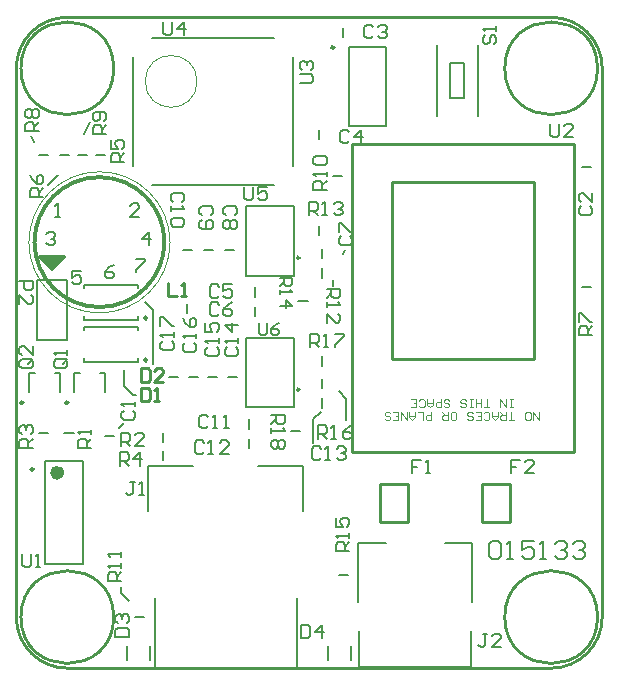
<source format=gto>
G04 Layer_Color=65535*
%FSLAX25Y25*%
%MOIN*%
G70*
G01*
G75*
%ADD32C,0.00800*%
%ADD33C,0.01200*%
%ADD34C,0.01000*%
%ADD54C,0.00394*%
%ADD55C,0.01181*%
%ADD56C,0.00984*%
%ADD57C,0.02362*%
%ADD58C,0.00787*%
%ADD59C,0.00728*%
D32*
X28600Y-98500D02*
Y-80600D01*
X26000Y-78000D02*
X28600Y-80600D01*
X22000Y-109000D02*
X23000D01*
X19000Y-106000D02*
X22000Y-109000D01*
X19000Y-106000D02*
Y-100500D01*
X94000Y-161000D02*
X89501D01*
Y-158751D01*
X90251Y-158001D01*
X91751D01*
X92501Y-158751D01*
Y-161000D01*
Y-159501D02*
X94000Y-158001D01*
Y-156501D02*
Y-155002D01*
Y-155752D01*
X89501D01*
X90251Y-156501D01*
X89501Y-149754D02*
Y-152753D01*
X91751D01*
X91001Y-151253D01*
Y-150503D01*
X91751Y-149754D01*
X93250D01*
X94000Y-150503D01*
Y-152003D01*
X93250Y-152753D01*
X18000Y-171000D02*
X13501D01*
Y-168751D01*
X14251Y-168001D01*
X15751D01*
X16500Y-168751D01*
Y-171000D01*
Y-169501D02*
X18000Y-168001D01*
Y-166501D02*
Y-165002D01*
Y-165752D01*
X13501D01*
X14251Y-166501D01*
X18000Y-162753D02*
Y-161253D01*
Y-162003D01*
X13501D01*
X14251Y-162753D01*
X78000Y-185501D02*
Y-190000D01*
X80249D01*
X80999Y-189250D01*
Y-186251D01*
X80249Y-185501D01*
X78000D01*
X84748Y-190000D02*
Y-185501D01*
X82499Y-187751D01*
X85498D01*
X16030Y-189547D02*
X20528D01*
Y-187298D01*
X19779Y-186548D01*
X16780D01*
X16030Y-187298D01*
Y-189547D01*
X16780Y-185049D02*
X16030Y-184299D01*
Y-182799D01*
X16780Y-182050D01*
X17529D01*
X18279Y-182799D01*
Y-183549D01*
Y-182799D01*
X19029Y-182050D01*
X19779D01*
X20528Y-182799D01*
Y-184299D01*
X19779Y-185049D01*
X-16000Y-71000D02*
X-11501D01*
Y-73249D01*
X-12251Y-73999D01*
X-13751D01*
X-14501Y-73249D01*
Y-71000D01*
X-16000Y-78498D02*
Y-75499D01*
X-13001Y-78498D01*
X-12251D01*
X-11501Y-77748D01*
Y-76248D01*
X-12251Y-75499D01*
X22493Y-137749D02*
X20994D01*
X21743D01*
Y-141498D01*
X20994Y-142247D01*
X20244D01*
X19494Y-141498D01*
X23993Y-142247D02*
X25492D01*
X24742D01*
Y-137749D01*
X23993Y-138499D01*
X161000Y-18501D02*
Y-22250D01*
X161750Y-23000D01*
X163249D01*
X163999Y-22250D01*
Y-18501D01*
X168498Y-23000D02*
X165499D01*
X168498Y-20001D01*
Y-19251D01*
X167748Y-18501D01*
X166248D01*
X165499Y-19251D01*
X139251Y10999D02*
X138501Y10249D01*
Y8750D01*
X139251Y8000D01*
X140001D01*
X140751Y8750D01*
Y10249D01*
X141500Y10999D01*
X142250D01*
X143000Y10249D01*
Y8750D01*
X142250Y8000D01*
X143000Y12499D02*
Y13998D01*
Y13248D01*
X138501D01*
X139251Y12499D01*
X18751Y-114145D02*
X18001Y-114895D01*
Y-116394D01*
X18751Y-117144D01*
X21750D01*
X22500Y-116394D01*
Y-114895D01*
X21750Y-114145D01*
X22500Y-112645D02*
Y-111146D01*
Y-111896D01*
X18001D01*
X18751Y-112645D01*
X171251Y-46001D02*
X170501Y-46751D01*
Y-48250D01*
X171251Y-49000D01*
X174250D01*
X175000Y-48250D01*
Y-46751D01*
X174250Y-46001D01*
X175000Y-41502D02*
Y-44501D01*
X172001Y-41502D01*
X171251D01*
X170501Y-42252D01*
Y-43752D01*
X171251Y-44501D01*
X101999Y13749D02*
X101249Y14499D01*
X99750D01*
X99000Y13749D01*
Y10750D01*
X99750Y10000D01*
X101249D01*
X101999Y10750D01*
X103499Y13749D02*
X104248Y14499D01*
X105748D01*
X106498Y13749D01*
Y12999D01*
X105748Y12249D01*
X104998D01*
X105748D01*
X106498Y11500D01*
Y10750D01*
X105748Y10000D01*
X104248D01*
X103499Y10750D01*
X50499Y-72751D02*
X49749Y-72001D01*
X48250D01*
X47500Y-72751D01*
Y-75750D01*
X48250Y-76500D01*
X49749D01*
X50499Y-75750D01*
X54998Y-72001D02*
X51999D01*
Y-74251D01*
X53498Y-73501D01*
X54248D01*
X54998Y-74251D01*
Y-75750D01*
X54248Y-76500D01*
X52748D01*
X51999Y-75750D01*
X50499Y-78751D02*
X49749Y-78001D01*
X48250D01*
X47500Y-78751D01*
Y-81750D01*
X48250Y-82500D01*
X49749D01*
X50499Y-81750D01*
X54998Y-78001D02*
X53498Y-78751D01*
X51999Y-80251D01*
Y-81750D01*
X52748Y-82500D01*
X54248D01*
X54998Y-81750D01*
Y-81001D01*
X54248Y-80251D01*
X51999D01*
X91251Y-56001D02*
X90501Y-56751D01*
Y-58250D01*
X91251Y-59000D01*
X94250D01*
X95000Y-58250D01*
Y-56751D01*
X94250Y-56001D01*
X90501Y-54501D02*
Y-51502D01*
X91251D01*
X94250Y-54501D01*
X95000D01*
X55749Y-48999D02*
X56499Y-48249D01*
Y-46750D01*
X55749Y-46000D01*
X52750D01*
X52000Y-46750D01*
Y-48249D01*
X52750Y-48999D01*
X55749Y-50499D02*
X56499Y-51248D01*
Y-52748D01*
X55749Y-53498D01*
X54999D01*
X54249Y-52748D01*
X53500Y-53498D01*
X52750D01*
X52000Y-52748D01*
Y-51248D01*
X52750Y-50499D01*
X53500D01*
X54249Y-51248D01*
X54999Y-50499D01*
X55749D01*
X54249Y-51248D02*
Y-52748D01*
X47749Y-48999D02*
X48499Y-48249D01*
Y-46750D01*
X47749Y-46000D01*
X44750D01*
X44000Y-46750D01*
Y-48249D01*
X44750Y-48999D01*
Y-50499D02*
X44000Y-51248D01*
Y-52748D01*
X44750Y-53498D01*
X47749D01*
X48499Y-52748D01*
Y-51248D01*
X47749Y-50499D01*
X46999D01*
X46249Y-51248D01*
Y-53498D01*
X38249Y-44499D02*
X38999Y-43749D01*
Y-42250D01*
X38249Y-41500D01*
X35250D01*
X34500Y-42250D01*
Y-43749D01*
X35250Y-44499D01*
X34500Y-45999D02*
Y-47498D01*
Y-46748D01*
X38999D01*
X38249Y-45999D01*
Y-49747D02*
X38999Y-50497D01*
Y-51997D01*
X38249Y-52746D01*
X35250D01*
X34500Y-51997D01*
Y-50497D01*
X35250Y-49747D01*
X38249D01*
X46999Y-116251D02*
X46249Y-115501D01*
X44750D01*
X44000Y-116251D01*
Y-119250D01*
X44750Y-120000D01*
X46249D01*
X46999Y-119250D01*
X48499Y-120000D02*
X49998D01*
X49248D01*
Y-115501D01*
X48499Y-116251D01*
X52247Y-120000D02*
X53747D01*
X52997D01*
Y-115501D01*
X52247Y-116251D01*
X45499Y-124751D02*
X44749Y-124001D01*
X43250D01*
X42500Y-124751D01*
Y-127750D01*
X43250Y-128500D01*
X44749D01*
X45499Y-127750D01*
X46999Y-128500D02*
X48498D01*
X47748D01*
Y-124001D01*
X46999Y-124751D01*
X53746Y-128500D02*
X50747D01*
X53746Y-125501D01*
Y-124751D01*
X52997Y-124001D01*
X51497D01*
X50747Y-124751D01*
X84499Y-126751D02*
X83749Y-126001D01*
X82250D01*
X81500Y-126751D01*
Y-129750D01*
X82250Y-130500D01*
X83749D01*
X84499Y-129750D01*
X85999Y-130500D02*
X87498D01*
X86748D01*
Y-126001D01*
X85999Y-126751D01*
X89747D02*
X90497Y-126001D01*
X91997D01*
X92746Y-126751D01*
Y-127501D01*
X91997Y-128251D01*
X91247D01*
X91997D01*
X92746Y-129000D01*
Y-129750D01*
X91997Y-130500D01*
X90497D01*
X89747Y-129750D01*
X53251Y-93001D02*
X52501Y-93751D01*
Y-95250D01*
X53251Y-96000D01*
X56250D01*
X57000Y-95250D01*
Y-93751D01*
X56250Y-93001D01*
X57000Y-91501D02*
Y-90002D01*
Y-90752D01*
X52501D01*
X53251Y-91501D01*
X57000Y-85503D02*
X52501D01*
X54751Y-87753D01*
Y-84754D01*
X46751Y-93001D02*
X46001Y-93751D01*
Y-95250D01*
X46751Y-96000D01*
X49750D01*
X50500Y-95250D01*
Y-93751D01*
X49750Y-93001D01*
X50500Y-91501D02*
Y-90002D01*
Y-90752D01*
X46001D01*
X46751Y-91501D01*
X46001Y-84754D02*
Y-87753D01*
X48251D01*
X47501Y-86253D01*
Y-85503D01*
X48251Y-84754D01*
X49750D01*
X50500Y-85503D01*
Y-87003D01*
X49750Y-87753D01*
X39251Y-91501D02*
X38501Y-92251D01*
Y-93750D01*
X39251Y-94500D01*
X42250D01*
X43000Y-93750D01*
Y-92251D01*
X42250Y-91501D01*
X43000Y-90001D02*
Y-88502D01*
Y-89252D01*
X38501D01*
X39251Y-90001D01*
X38501Y-83254D02*
X39251Y-84753D01*
X40751Y-86253D01*
X42250D01*
X43000Y-85503D01*
Y-84003D01*
X42250Y-83254D01*
X41500D01*
X40751Y-84003D01*
Y-86253D01*
X31751Y-91001D02*
X31001Y-91751D01*
Y-93250D01*
X31751Y-94000D01*
X34750D01*
X35500Y-93250D01*
Y-91751D01*
X34750Y-91001D01*
X35500Y-89501D02*
Y-88002D01*
Y-88752D01*
X31001D01*
X31751Y-89501D01*
X31001Y-85753D02*
Y-82754D01*
X31751D01*
X34750Y-85753D01*
X35500D01*
X150999Y-130501D02*
X148000D01*
Y-132751D01*
X149499D01*
X148000D01*
Y-135000D01*
X155498D02*
X152499D01*
X155498Y-132001D01*
Y-131251D01*
X154748Y-130501D01*
X153248D01*
X152499Y-131251D01*
X-750Y-97001D02*
X-3749D01*
X-4499Y-97751D01*
Y-99250D01*
X-3749Y-100000D01*
X-750D01*
X0Y-99250D01*
Y-97751D01*
X-1500Y-98501D02*
X0Y-97001D01*
Y-97751D02*
X-750Y-97001D01*
X0Y-95501D02*
Y-94002D01*
Y-94752D01*
X-4499D01*
X-3749Y-95501D01*
X-12250Y-97001D02*
X-15249D01*
X-15999Y-97751D01*
Y-99250D01*
X-15249Y-100000D01*
X-12250D01*
X-11500Y-99250D01*
Y-97751D01*
X-13000Y-98501D02*
X-11500Y-97001D01*
Y-97751D02*
X-12250Y-97001D01*
X-11500Y-92502D02*
Y-95501D01*
X-14499Y-92502D01*
X-15249D01*
X-15999Y-93252D01*
Y-94752D01*
X-15249Y-95501D01*
X8000Y-126500D02*
X3501D01*
Y-124251D01*
X4251Y-123501D01*
X5751D01*
X6500Y-124251D01*
Y-126500D01*
Y-125001D02*
X8000Y-123501D01*
Y-122001D02*
Y-120502D01*
Y-121252D01*
X3501D01*
X4251Y-122001D01*
X18000Y-126000D02*
Y-121501D01*
X20249D01*
X20999Y-122251D01*
Y-123751D01*
X20249Y-124501D01*
X18000D01*
X19500D02*
X20999Y-126000D01*
X25498D02*
X22499D01*
X25498Y-123001D01*
Y-122251D01*
X24748Y-121501D01*
X23248D01*
X22499Y-122251D01*
X-11500Y-126500D02*
X-15999D01*
Y-124251D01*
X-15249Y-123501D01*
X-13749D01*
X-13000Y-124251D01*
Y-126500D01*
Y-125001D02*
X-11500Y-123501D01*
X-15249Y-122001D02*
X-15999Y-121252D01*
Y-119752D01*
X-15249Y-119002D01*
X-14499D01*
X-13749Y-119752D01*
Y-120502D01*
Y-119752D01*
X-13000Y-119002D01*
X-12250D01*
X-11500Y-119752D01*
Y-121252D01*
X-12250Y-122001D01*
X17500Y-132500D02*
Y-128001D01*
X19749D01*
X20499Y-128751D01*
Y-130251D01*
X19749Y-131000D01*
X17500D01*
X19000D02*
X20499Y-132500D01*
X24248D02*
Y-128001D01*
X21999Y-130251D01*
X24998D01*
X19000Y-31346D02*
X14501D01*
Y-29097D01*
X15251Y-28347D01*
X16751D01*
X17501Y-29097D01*
Y-31346D01*
Y-29847D02*
X19000Y-28347D01*
X14501Y-23849D02*
Y-26848D01*
X16751D01*
X16001Y-25348D01*
Y-24599D01*
X16751Y-23849D01*
X18250D01*
X19000Y-24599D01*
Y-26098D01*
X18250Y-26848D01*
X13000Y-22000D02*
X8501D01*
Y-19751D01*
X9251Y-19001D01*
X10751D01*
X11501Y-19751D01*
Y-22000D01*
Y-20501D02*
X13000Y-19001D01*
X12250Y-17501D02*
X13000Y-16752D01*
Y-15252D01*
X12250Y-14502D01*
X9251D01*
X8501Y-15252D01*
Y-16752D01*
X9251Y-17501D01*
X10001D01*
X10751Y-16752D01*
Y-14502D01*
X86500Y-40500D02*
X82001D01*
Y-38251D01*
X82751Y-37501D01*
X84251D01*
X85000Y-38251D01*
Y-40500D01*
Y-39000D02*
X86500Y-37501D01*
Y-36001D02*
Y-34502D01*
Y-35252D01*
X82001D01*
X82751Y-36001D01*
Y-32253D02*
X82001Y-31503D01*
Y-30003D01*
X82751Y-29254D01*
X85750D01*
X86500Y-30003D01*
Y-31503D01*
X85750Y-32253D01*
X82751D01*
X71000Y-70000D02*
X74999D01*
Y-71999D01*
X74332Y-72666D01*
X72999D01*
X72333Y-71999D01*
Y-70000D01*
Y-71333D02*
X71000Y-72666D01*
Y-73999D02*
Y-75332D01*
Y-74665D01*
X74999D01*
X74332Y-73999D01*
X71000Y-79330D02*
X74999D01*
X72999Y-77331D01*
Y-79997D01*
X86500Y-73500D02*
X90999D01*
Y-75749D01*
X90249Y-76499D01*
X88749D01*
X87999Y-75749D01*
Y-73500D01*
Y-74999D02*
X86500Y-76499D01*
Y-77999D02*
Y-79498D01*
Y-78748D01*
X90999D01*
X90249Y-77999D01*
X86500Y-84746D02*
Y-81747D01*
X89499Y-84746D01*
X90249D01*
X90999Y-83997D01*
Y-82497D01*
X90249Y-81747D01*
X80500Y-49000D02*
Y-44501D01*
X82749D01*
X83499Y-45251D01*
Y-46751D01*
X82749Y-47501D01*
X80500D01*
X81999D02*
X83499Y-49000D01*
X84999D02*
X86498D01*
X85748D01*
Y-44501D01*
X84999Y-45251D01*
X88747D02*
X89497Y-44501D01*
X90997D01*
X91746Y-45251D01*
Y-46001D01*
X90997Y-46751D01*
X90247D01*
X90997D01*
X91746Y-47501D01*
Y-48250D01*
X90997Y-49000D01*
X89497D01*
X88747Y-48250D01*
X68000Y-115500D02*
X72499D01*
Y-117749D01*
X71749Y-118499D01*
X70249D01*
X69499Y-117749D01*
Y-115500D01*
Y-116999D02*
X68000Y-118499D01*
Y-119999D02*
Y-121498D01*
Y-120748D01*
X72499D01*
X71749Y-119999D01*
Y-123747D02*
X72499Y-124497D01*
Y-125997D01*
X71749Y-126746D01*
X70999D01*
X70249Y-125997D01*
X69499Y-126746D01*
X68750D01*
X68000Y-125997D01*
Y-124497D01*
X68750Y-123747D01*
X69499D01*
X70249Y-124497D01*
X70999Y-123747D01*
X71749D01*
X70249Y-124497D02*
Y-125997D01*
X83500Y-123500D02*
Y-119001D01*
X85749D01*
X86499Y-119751D01*
Y-121251D01*
X85749Y-122001D01*
X83500D01*
X85000D02*
X86499Y-123500D01*
X87999D02*
X89498D01*
X88748D01*
Y-119001D01*
X87999Y-119751D01*
X94746Y-119001D02*
X93247Y-119751D01*
X91747Y-121251D01*
Y-122750D01*
X92497Y-123500D01*
X93997D01*
X94746Y-122750D01*
Y-122001D01*
X93997Y-121251D01*
X91747D01*
X81000Y-93000D02*
Y-88501D01*
X83249D01*
X83999Y-89251D01*
Y-90751D01*
X83249Y-91501D01*
X81000D01*
X82499D02*
X83999Y-93000D01*
X85499D02*
X86998D01*
X86248D01*
Y-88501D01*
X85499Y-89251D01*
X89247Y-88501D02*
X92246D01*
Y-89251D01*
X89247Y-92250D01*
Y-93000D01*
X-15000Y-161809D02*
Y-165557D01*
X-14250Y-166307D01*
X-12751D01*
X-12001Y-165557D01*
Y-161809D01*
X-10501Y-166307D02*
X-9002D01*
X-9752D01*
Y-161809D01*
X-10501Y-162558D01*
X59000Y-39501D02*
Y-43250D01*
X59750Y-44000D01*
X61249D01*
X61999Y-43250D01*
Y-39501D01*
X66498D02*
X63499D01*
Y-41751D01*
X64998Y-41001D01*
X65748D01*
X66498Y-41751D01*
Y-43250D01*
X65748Y-44000D01*
X64248D01*
X63499Y-43250D01*
X64000Y-85001D02*
Y-88334D01*
X64666Y-89000D01*
X65999D01*
X66666Y-88334D01*
Y-85001D01*
X70665D02*
X69332Y-85668D01*
X67999Y-87001D01*
Y-88334D01*
X68665Y-89000D01*
X69998D01*
X70665Y-88334D01*
Y-87667D01*
X69998Y-87001D01*
X67999D01*
X117999Y-130501D02*
X115000D01*
Y-132751D01*
X116499D01*
X115000D01*
Y-135000D01*
X119499D02*
X120998D01*
X120248D01*
Y-130501D01*
X119499Y-131251D01*
X93999Y-21251D02*
X93249Y-20501D01*
X91750D01*
X91000Y-21251D01*
Y-24250D01*
X91750Y-25000D01*
X93249D01*
X93999Y-24250D01*
X97748Y-25000D02*
Y-20501D01*
X95499Y-22751D01*
X98498D01*
X77501Y-5000D02*
X81250D01*
X82000Y-4250D01*
Y-2751D01*
X81250Y-2001D01*
X77501D01*
X78251Y-501D02*
X77501Y248D01*
Y1748D01*
X78251Y2498D01*
X79001D01*
X79751Y1748D01*
Y998D01*
Y1748D01*
X80501Y2498D01*
X81250D01*
X82000Y1748D01*
Y248D01*
X81250Y-501D01*
X32000Y15499D02*
Y11750D01*
X32750Y11000D01*
X34249D01*
X34999Y11750D01*
Y15499D01*
X38748Y11000D02*
Y15499D01*
X36499Y13249D01*
X39498D01*
X139999Y-188501D02*
X138499D01*
X139249D01*
Y-192250D01*
X138499Y-193000D01*
X137750D01*
X137000Y-192250D01*
X144498Y-193000D02*
X141499D01*
X144498Y-190001D01*
Y-189251D01*
X143748Y-188501D01*
X142248D01*
X141499Y-189251D01*
X-8000Y-43000D02*
X-12499D01*
Y-40751D01*
X-11749Y-40001D01*
X-10249D01*
X-9499Y-40751D01*
Y-43000D01*
Y-41500D02*
X-8000Y-40001D01*
X-12499Y-35502D02*
X-11749Y-37002D01*
X-10249Y-38501D01*
X-8750D01*
X-8000Y-37752D01*
Y-36252D01*
X-8750Y-35502D01*
X-9499D01*
X-10249Y-36252D01*
Y-38501D01*
X175000Y-89000D02*
X170501D01*
Y-86751D01*
X171251Y-86001D01*
X172751D01*
X173501Y-86751D01*
Y-89000D01*
Y-87501D02*
X175000Y-86001D01*
X170501Y-84501D02*
Y-81502D01*
X171251D01*
X174250Y-84501D01*
X175000D01*
X-9500Y-21000D02*
X-13999D01*
Y-18751D01*
X-13249Y-18001D01*
X-11749D01*
X-11000Y-18751D01*
Y-21000D01*
Y-19500D02*
X-9500Y-18001D01*
X-13249Y-16501D02*
X-13999Y-15752D01*
Y-14252D01*
X-13249Y-13502D01*
X-12499D01*
X-11749Y-14252D01*
X-11000Y-13502D01*
X-10250D01*
X-9500Y-14252D01*
Y-15752D01*
X-10250Y-16501D01*
X-11000D01*
X-11749Y-15752D01*
X-12499Y-16501D01*
X-13249D01*
X-11749Y-15752D02*
Y-14252D01*
X27249Y-59000D02*
Y-54501D01*
X25000Y-56751D01*
X27999D01*
X23000Y-63501D02*
X25999D01*
Y-64251D01*
X23000Y-67250D01*
Y-68000D01*
X15499Y-65501D02*
X13999Y-66251D01*
X12500Y-67751D01*
Y-69250D01*
X13250Y-70000D01*
X14749D01*
X15499Y-69250D01*
Y-68501D01*
X14749Y-67751D01*
X12500D01*
X4499Y-67501D02*
X1500D01*
Y-69751D01*
X2999Y-69001D01*
X3749D01*
X4499Y-69751D01*
Y-71250D01*
X3749Y-72000D01*
X2250D01*
X1500Y-71250D01*
X-7000Y-55251D02*
X-6250Y-54501D01*
X-4751D01*
X-4001Y-55251D01*
Y-56001D01*
X-4751Y-56751D01*
X-5500D01*
X-4751D01*
X-4001Y-57500D01*
Y-58250D01*
X-4751Y-59000D01*
X-6250D01*
X-7000Y-58250D01*
X23999Y-49500D02*
X21000D01*
X23999Y-46501D01*
Y-45751D01*
X23249Y-45001D01*
X21750D01*
X21000Y-45751D01*
X-4000Y-49500D02*
X-2500D01*
X-3250D01*
Y-45001D01*
X-4000Y-45751D01*
X140500Y-158502D02*
X141500Y-157502D01*
X143499D01*
X144499Y-158502D01*
Y-162500D01*
X143499Y-163500D01*
X141500D01*
X140500Y-162500D01*
Y-158502D01*
X146498Y-163500D02*
X148497D01*
X147498D01*
Y-157502D01*
X146498Y-158502D01*
X155495Y-157502D02*
X151496D01*
Y-160501D01*
X153496Y-159501D01*
X154496D01*
X155495Y-160501D01*
Y-162500D01*
X154496Y-163500D01*
X152496D01*
X151496Y-162500D01*
X157494Y-163500D02*
X159494D01*
X158494D01*
Y-157502D01*
X157494Y-158502D01*
X162493D02*
X163493Y-157502D01*
X165492D01*
X166492Y-158502D01*
Y-159501D01*
X165492Y-160501D01*
X164492D01*
X165492D01*
X166492Y-161501D01*
Y-162500D01*
X165492Y-163500D01*
X163493D01*
X162493Y-162500D01*
X168491Y-158502D02*
X169491Y-157502D01*
X171490D01*
X172490Y-158502D01*
Y-159501D01*
X171490Y-160501D01*
X170490D01*
X171490D01*
X172490Y-161501D01*
Y-162500D01*
X171490Y-163500D01*
X169491D01*
X168491Y-162500D01*
D33*
X-5000Y-67000D02*
X-1000Y-63000D01*
X-9000D02*
X-5000Y-67000D01*
X-9000Y-63000D02*
X-1000D01*
X-7500Y-64000D02*
X-2500D01*
X-6000Y-64500D02*
X-3000D01*
X-6000Y-65000D02*
X-3000D01*
X-5500Y-65500D02*
X-4000D01*
X-5000Y-67000D02*
Y-63000D01*
D34*
X178293Y0D02*
G03*
X161277Y17015I-17015J0D01*
G01*
X0Y17015D02*
G03*
X-17015Y0I0J-17015D01*
G01*
Y-182931D02*
G03*
X0Y-199946I17015J0D01*
G01*
X161277Y-199946D02*
G03*
X178293Y-182931I0J17015D01*
G01*
X15465Y0D02*
G03*
X15465Y0I-15465J0D01*
G01*
X176742Y0D02*
G03*
X176742Y0I-15465J0D01*
G01*
Y-182931D02*
G03*
X176742Y-182931I-15465J0D01*
G01*
X15465Y-182931D02*
G03*
X15465Y-182931I-15465J0D01*
G01*
X77363Y-63177D02*
G03*
X77363Y-63177I-394J0D01*
G01*
X77375Y-107126D02*
G03*
X77375Y-107126I-394J0D01*
G01*
X0Y17000D02*
X161277D01*
X0Y-199931D02*
X161277D01*
X178277Y-182931D02*
Y0D01*
X147724Y-151299D02*
Y-138701D01*
X138276Y-151299D02*
X147724D01*
X138276D02*
Y-138701D01*
X147724D01*
X113724Y-151299D02*
Y-138701D01*
X104276Y-151299D02*
X113724D01*
X104276D02*
Y-138701D01*
X113724D01*
X108378Y-96898D02*
Y-37843D01*
X155622D01*
X108378Y-96898D02*
X155622D01*
Y-37843D01*
X95000Y-25244D02*
X169000D01*
X95000Y-128000D02*
X169000D01*
Y-25244D01*
X95000Y-128000D02*
Y-25244D01*
X-17030Y-182931D02*
Y0D01*
X24500Y-106501D02*
Y-111000D01*
X26749D01*
X27499Y-110250D01*
Y-107251D01*
X26749Y-106501D01*
X24500D01*
X28999Y-111000D02*
X30498D01*
X29748D01*
Y-106501D01*
X28999Y-107251D01*
X24500Y-100001D02*
Y-104500D01*
X26749D01*
X27499Y-103750D01*
Y-100751D01*
X26749Y-100001D01*
X24500D01*
X31998Y-104500D02*
X28999D01*
X31998Y-101501D01*
Y-100751D01*
X31248Y-100001D01*
X29748D01*
X28999Y-100751D01*
X33500Y-71501D02*
Y-76000D01*
X36499D01*
X37999D02*
X39498D01*
X38748D01*
Y-71501D01*
X37999Y-72251D01*
D54*
X34248Y-58001D02*
G03*
X34248Y-58001I-23533J0D01*
G01*
X43233Y-4354D02*
G03*
X43233Y-4354I-8635J0D01*
G01*
X157197Y-114534D02*
Y-117289D01*
X155360Y-114534D01*
Y-117289D01*
X153064D02*
X153983D01*
X154442Y-116830D01*
Y-114994D01*
X153983Y-114534D01*
X153064D01*
X152605Y-114994D01*
Y-116830D01*
X153064Y-117289D01*
X148932D02*
X147095D01*
X148013D01*
Y-114534D01*
X146177D02*
Y-117289D01*
X144799D01*
X144340Y-116830D01*
Y-115912D01*
X144799Y-115453D01*
X146177D01*
X145258D02*
X144340Y-114534D01*
X143422D02*
Y-116371D01*
X142503Y-117289D01*
X141585Y-116371D01*
Y-114534D01*
Y-115912D01*
X143422D01*
X138830Y-116830D02*
X139289Y-117289D01*
X140208D01*
X140667Y-116830D01*
Y-114994D01*
X140208Y-114534D01*
X139289D01*
X138830Y-114994D01*
X136075Y-117289D02*
X137912D01*
Y-114534D01*
X136075D01*
X137912Y-115912D02*
X136993D01*
X133320Y-116830D02*
X133779Y-117289D01*
X134697D01*
X135157Y-116830D01*
Y-116371D01*
X134697Y-115912D01*
X133779D01*
X133320Y-115453D01*
Y-114994D01*
X133779Y-114534D01*
X134697D01*
X135157Y-114994D01*
X128269Y-117289D02*
X129188D01*
X129647Y-116830D01*
Y-114994D01*
X129188Y-114534D01*
X128269D01*
X127810Y-114994D01*
Y-116830D01*
X128269Y-117289D01*
X126892Y-114534D02*
Y-117289D01*
X125514D01*
X125055Y-116830D01*
Y-115912D01*
X125514Y-115453D01*
X126892D01*
X125973D02*
X125055Y-114534D01*
X121382D02*
Y-117289D01*
X120004D01*
X119545Y-116830D01*
Y-115912D01*
X120004Y-115453D01*
X121382D01*
X118627Y-117289D02*
Y-114534D01*
X116790D01*
X115872D02*
Y-116371D01*
X114953Y-117289D01*
X114035Y-116371D01*
Y-114534D01*
Y-115912D01*
X115872D01*
X113117Y-114534D02*
Y-117289D01*
X111280Y-114534D01*
Y-117289D01*
X108525D02*
X110362D01*
Y-114534D01*
X108525D01*
X110362Y-115912D02*
X109443D01*
X105770Y-116830D02*
X106229Y-117289D01*
X107147D01*
X107606Y-116830D01*
Y-116371D01*
X107147Y-115912D01*
X106229D01*
X105770Y-115453D01*
Y-114994D01*
X106229Y-114534D01*
X107147D01*
X107606Y-114994D01*
X148473Y-113039D02*
X147554D01*
X148013D01*
Y-110284D01*
X148473D01*
X147554D01*
X146177D02*
Y-113039D01*
X144340Y-110284D01*
Y-113039D01*
X140667D02*
X138830D01*
X139748D01*
Y-110284D01*
X137912Y-113039D02*
Y-110284D01*
Y-111661D01*
X136075D01*
Y-113039D01*
Y-110284D01*
X135157Y-113039D02*
X134238D01*
X134697D01*
Y-110284D01*
X135157D01*
X134238D01*
X131024Y-112579D02*
X131483Y-113039D01*
X132402D01*
X132861Y-112579D01*
Y-112120D01*
X132402Y-111661D01*
X131483D01*
X131024Y-111202D01*
Y-110743D01*
X131483Y-110284D01*
X132402D01*
X132861Y-110743D01*
X125514Y-112579D02*
X125973Y-113039D01*
X126892D01*
X127351Y-112579D01*
Y-112120D01*
X126892Y-111661D01*
X125973D01*
X125514Y-111202D01*
Y-110743D01*
X125973Y-110284D01*
X126892D01*
X127351Y-110743D01*
X124596Y-110284D02*
Y-113039D01*
X123218D01*
X122759Y-112579D01*
Y-111661D01*
X123218Y-111202D01*
X124596D01*
X121841Y-110284D02*
Y-112120D01*
X120922Y-113039D01*
X120004Y-112120D01*
Y-110284D01*
Y-111661D01*
X121841D01*
X117249Y-112579D02*
X117708Y-113039D01*
X118627D01*
X119086Y-112579D01*
Y-110743D01*
X118627Y-110284D01*
X117708D01*
X117249Y-110743D01*
X114494Y-113039D02*
X116331D01*
Y-110284D01*
X114494D01*
X116331Y-111661D02*
X115412D01*
D55*
X32355Y-57926D02*
G03*
X32355Y-57926I-21654J0D01*
G01*
D56*
X315Y-111421D02*
G03*
X315Y-111421I-492J0D01*
G01*
X-14685D02*
G03*
X-14685Y-111421I-492J0D01*
G01*
X-11236Y-133699D02*
G03*
X-11236Y-133699I-492J0D01*
G01*
X88976Y6992D02*
G03*
X88976Y6992I-492J0D01*
G01*
X26606Y-97216D02*
G03*
X26606Y-97216I-492J0D01*
G01*
Y-83217D02*
G03*
X26606Y-83217I-492J0D01*
G01*
D57*
X-2181Y-134811D02*
G03*
X-2181Y-134811I-1181J0D01*
G01*
D58*
X-10000Y-70500D02*
X0D01*
Y-90500D02*
Y-70500D01*
X-10000Y-90500D02*
X0D01*
X-10000D02*
Y-70500D01*
X78591Y-147661D02*
Y-132700D01*
X63630D02*
X78591D01*
X27016Y-147661D02*
Y-132700D01*
X41976D01*
X29378Y-200023D02*
Y-176401D01*
X76622Y-200023D02*
Y-176401D01*
X29378Y-200023D02*
X76622D01*
X136890Y-15811D02*
Y7811D01*
X123110Y-15811D02*
Y7811D01*
X127638Y-9905D02*
Y1905D01*
X132362Y-9905D02*
Y1905D01*
X127638Y-9905D02*
X132362D01*
X127638Y1905D02*
X132362D01*
X12425Y-122500D02*
X15575D01*
X92000Y10425D02*
Y13575D01*
X62470Y-76151D02*
Y-73002D01*
Y-82651D02*
Y-79502D01*
X84970Y-63251D02*
Y-60102D01*
X52395Y-60576D02*
X55544D01*
X45395D02*
X48544D01*
X38395D02*
X41544D01*
X60482Y-120100D02*
Y-116951D01*
Y-126600D02*
Y-123451D01*
X84982Y-113100D02*
Y-109951D01*
X53407Y-103026D02*
X56556D01*
X46907D02*
X50056D01*
X40407D02*
X43556D01*
X33907D02*
X37056D01*
X12618Y-107976D02*
Y-101579D01*
X2382Y-107976D02*
Y-101579D01*
X4154D01*
X10847D02*
X12618D01*
X-2382Y-107976D02*
Y-101579D01*
X-12618Y-107976D02*
Y-101579D01*
X-10847D01*
X-4154D02*
X-2382D01*
X-1100Y-121500D02*
X2100D01*
X32000Y-124600D02*
Y-121400D01*
X-9600Y-121500D02*
X-6400D01*
X32000Y-130600D02*
Y-127400D01*
X9400Y-29000D02*
X12600D01*
X3400D02*
X6600D01*
X76900Y-77500D02*
X80100D01*
X84970Y-69776D02*
Y-66576D01*
X84000Y-55600D02*
Y-52400D01*
X74400Y-121000D02*
X77600D01*
X84982Y-106626D02*
Y-103426D01*
Y-99126D02*
Y-95926D01*
X-7299Y-165126D02*
X5299D01*
X-7299Y-130874D02*
X5299D01*
Y-165126D02*
Y-130874D01*
X-7299Y-165126D02*
Y-130874D01*
X-2600Y-29000D02*
X600D01*
X-9600D02*
X-6400D01*
X93898Y-19189D02*
X106102D01*
X93898Y7189D02*
X106102D01*
Y-19189D02*
Y7189D01*
X93898Y-19189D02*
Y7189D01*
X83950Y-23575D02*
Y-20425D01*
X88400Y-36000D02*
X91600D01*
X134606Y-199433D02*
Y-187622D01*
X125748Y-158095D02*
X134803D01*
Y-177779D02*
Y-158095D01*
X97008Y-177779D02*
Y-158095D01*
X106063D01*
X97205Y-199433D02*
Y-187622D01*
Y-199433D02*
X134606D01*
X171400Y-73000D02*
X174600D01*
X171425Y-33000D02*
X174575D01*
X28299Y-39000D02*
X68850D01*
X22000Y-32701D02*
Y3913D01*
X75150Y-32701D02*
Y3913D01*
X28299Y10213D02*
X68850D01*
X59469Y-69077D02*
Y-45976D01*
X75469Y-69077D02*
Y-45976D01*
X59469D02*
X75469D01*
X59469Y-69077D02*
X75469D01*
X59482Y-113026D02*
Y-89926D01*
X75481Y-113026D02*
Y-89926D01*
X59482D02*
X75481D01*
X59482Y-113026D02*
X75481D01*
X20000Y-197362D02*
Y-192600D01*
X87000Y-197362D02*
Y-192600D01*
X22400Y-183000D02*
X25600D01*
X18000Y-175000D02*
Y-173000D01*
Y-175000D02*
X20531Y-177532D01*
X90400Y-169000D02*
X93600D01*
X5500Y-22000D02*
X7500Y-18000D01*
X-12000Y-22500D02*
X-11000Y-24500D01*
X-3000Y-35618D02*
Y-35500D01*
X-6346Y-38965D02*
X-3000Y-35618D01*
X92000Y-62063D02*
X92696Y-60500D01*
X88427Y-72574D02*
Y-70574D01*
X93000Y-117181D02*
Y-110126D01*
X90500Y-107626D02*
X93000Y-110126D01*
X82000Y-125000D02*
Y-117000D01*
X84500Y-114500D01*
X17100Y-120000D02*
X18800Y-118300D01*
X40000Y-81575D02*
Y-78425D01*
X5445Y-97905D02*
X23555D01*
X5445Y-86094D02*
X23555D01*
Y-97905D02*
Y-96626D01*
X5445Y-97905D02*
Y-96626D01*
X23555Y-87374D02*
Y-86094D01*
X5445Y-87374D02*
Y-86094D01*
Y-83906D02*
X23555D01*
X5445Y-72095D02*
X23555D01*
Y-83906D02*
Y-82626D01*
X5445Y-83906D02*
Y-82626D01*
X23555Y-73374D02*
Y-72095D01*
X5445Y-73374D02*
Y-72095D01*
D59*
X27480Y-197362D02*
Y-192638D01*
X94480Y-197362D02*
Y-192638D01*
M02*

</source>
